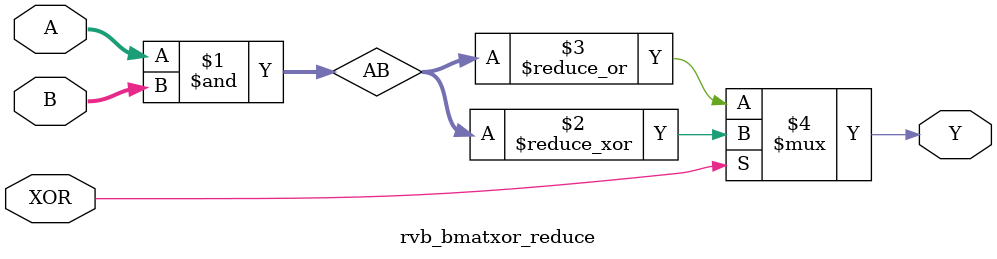
<source format=v>
/*
 *  Copyright (C) 2019  Claire Wolf <claire@symbioticeda.com>
 *
 *  Permission to use, copy, modify, and/or distribute this software for any
 *  purpose with or without fee is hereby granted, provided that the above
 *  copyright notice and this permission notice appear in all copies.
 *
 *  THE SOFTWARE IS PROVIDED "AS IS" AND THE AUTHOR DISCLAIMS ALL WARRANTIES
 *  WITH REGARD TO THIS SOFTWARE INCLUDING ALL IMPLIED WARRANTIES OF
 *  MERCHANTABILITY AND FITNESS. IN NO EVENT SHALL THE AUTHOR BE LIABLE FOR
 *  ANY SPECIAL, DIRECT, INDIRECT, OR CONSEQUENTIAL DAMAGES OR ANY DAMAGES
 *  WHATSOEVER RESULTING FROM LOSS OF USE, DATA OR PROFITS, WHETHER IN AN
 *  ACTION OF CONTRACT, NEGLIGENCE OR OTHER TORTIOUS ACTION, ARISING OUT OF
 *  OR IN CONNECTION WITH THE USE OR PERFORMANCE OF THIS SOFTWARE.
 *
 */

module rvb_bmatxor #(
	parameter integer CYCLES = 0
) (
	// control signals
	input         clock,          // positive edge clock
	input         reset,          // synchronous reset
	
	// data input
	input         din_valid,      // input is valid
	output        din_ready,      // core accepts input
	input  [63:0] din_rs1,        // value of 1st argument
	input  [63:0] din_rs2,        // value of 2nd argument
	input         din_insn30,     // value of instruction bit 30
	
	// data output
	output        dout_valid,     // output is valid
	input         dout_ready,     // accept output
	output [63:0] dout_rd         // output value
);
	// 30   Function
	// --   --------
	//  0   BMATOR
	//  1   BMATXOR

	generate
		if (CYCLES == 0) begin
			rvb_bmatxor_0 core  (
				.clock      (clock     ),
				.reset      (reset     ),
				.din_valid  (din_valid ),
				.din_ready  (din_ready ),
				.din_rs1    (din_rs1   ),
				.din_rs2    (din_rs2   ),
				.din_xor    (din_insn30),
				.dout_valid (dout_valid),
				.dout_ready (dout_ready),
				.dout_rd    (dout_rd   )
			);
		end
		if (CYCLES == 8) begin
			rvb_bmatxor_8 core  (
				.clock      (clock     ),
				.reset      (reset     ),
				.din_valid  (din_valid ),
				.din_ready  (din_ready ),
				.din_rs1    (din_rs1   ),
				.din_rs2    (din_rs2   ),
				.din_xor    (din_insn30),
				.dout_valid (dout_valid),
				.dout_ready (dout_ready),
				.dout_rd    (dout_rd   )
			);
		end
	endgenerate
endmodule

module rvb_bmatxor_0 (
	// control signals
	input         clock,          // positive edge clock
	input         reset,          // synchronous reset
	
	// data input
	input         din_valid,      // input is valid
	output        din_ready,      // core accepts input
	input  [63:0] din_rs1,        // value of 1st argument
	input  [63:0] din_rs2,        // value of 2nd argument
	input         din_xor,        // select XOR function
	
	// data output
	output        dout_valid,     // output is valid
	input         dout_ready,     // accept output
	output [63:0] dout_rd         // output value
);
	assign dout_valid = din_valid && !reset;
	assign din_ready = dout_ready && !reset;

	wire [63:0] A, B;

	assign A = din_rs1;
	rvb_bmatxor_transpose transp (din_rs2, B);

	genvar i;
	generate
		for (i = 0; i < 64; i=i+1) begin:loop
			rvb_bmatxor_reduce slice (
				.A(A[8*(i/8) +: 8]),
				.B(B[8*(i%8) +: 8]),
				.XOR(din_xor),
				.Y(dout_rd[i])
			);
		end
	endgenerate
endmodule

module rvb_bmatxor_8 (
	// control signals
	input         clock,          // positive edge clock
	input         reset,          // synchronous reset
	
	// data input
	input         din_valid,      // input is valid
	output        din_ready,      // core accepts input
	input  [63:0] din_rs1,        // value of 1st argument
	input  [63:0] din_rs2,        // value of 2nd argument
	input         din_xor,        // select XOR function
	
	// data output
	output        dout_valid,     // output is valid
	input         dout_ready,     // accept output
	output [63:0] dout_rd         // output value
);
	reg XOR;
	reg [63:0] A, B;
	wire [7:0] P;

	wire [63:0] AI, BI;
	assign AI = din_rs1;
	rvb_bmatxor_transpose transp (din_rs2, BI);

	reg [3:0] state;
	assign din_ready = ((state == 0) || (state == 9 && dout_valid && dout_ready)) && !reset;
	assign dout_valid = (state == 9) && !reset;
	assign dout_rd = A;

	always @(posedge clock) begin
		if (state == 0) begin
			A <= AI;
			B <= BI;
			XOR <= din_xor;
			state <= din_valid && din_ready;
		end else if (state != 9) begin
			A <= {P, A[63:8]};
			state <= state + 1;
		end else if (dout_valid && dout_ready) begin
			A <= AI;
			B <= BI;
			XOR <= din_xor;
			state <= din_valid && din_ready;
		end
		if (reset) begin
			state <= 0;
		end
	end

	genvar i;
	generate
		for (i = 0; i < 8; i=i+1) begin:loop
			rvb_bmatxor_reduce slice (
				.A(A[7:0]),
				.B(B[8*(i%8) +: 8]),
				.XOR(XOR),
				.Y(P[i])
			);
		end
	endgenerate
endmodule

module rvb_bmatxor_transpose (
	input  [63:0] A,
	output [63:0] Y
);
	genvar i;
	generate for (i = 0; i < 64; i=i+1) begin:loop
		assign Y[i] = A[{i[2:0], i[5:3]}];
	end endgenerate
endmodule

module rvb_bmatxor_reduce (
	input [7:0] A, B,
	input XOR,
	output Y
);
	wire [7:0] AB = A & B;
	assign Y = XOR ? ^AB : |AB;
endmodule

</source>
